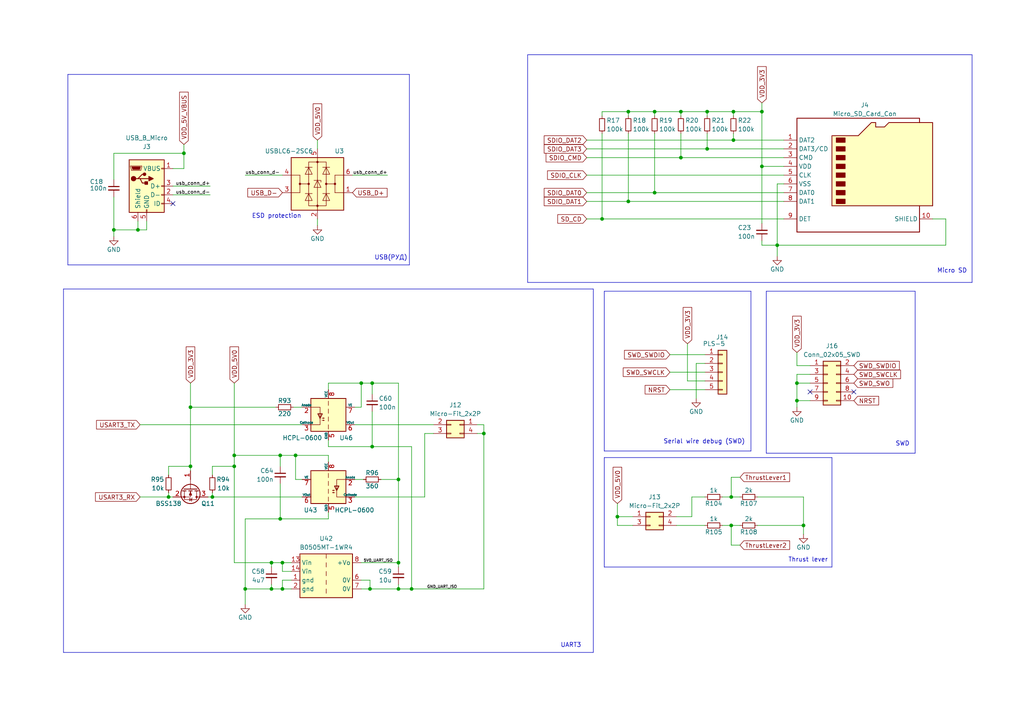
<source format=kicad_sch>
(kicad_sch (version 20231120) (generator "eeschema") (generator_version "8.0")
  (paper "A4")
  (lib_symbols
    (symbol "Conn_02x02_Odd_Even_1" (pin_names (offset 1.016) hide)
      (property "Reference" "J12" (at 1.27 5.715 0))
      (property "Value" "Micro-Fit_2x2P" (at 1.27 3.175 0))
      (symbol "Conn_02x02_Odd_Even_1_1_1"
        (rectangle (start -1.27 -2.413) (end 0 -2.667) (stroke (width 0.1524)))
        (rectangle (start -1.27 0.127) (end 0 -0.127) (stroke (width 0.1524)))
        (rectangle (start -1.27 1.27) (end 3.81 -3.81) (stroke (width 0.254)) (fill (type background)))
        (rectangle (start 3.81 -2.413) (end 2.54 -2.667) (stroke (width 0.1524)))
        (rectangle (start 3.81 0.127) (end 2.54 -0.127) (stroke (width 0.1524)))
        (pin passive line (at 7.62 0 180) (length 3.81) (name "Pin_2") (number "1"))
        (pin passive line (at -5.08 0 0) (length 3.81) (name "Pin_1") (number "2"))
        (pin passive line (at -5.08 -2.54 0) (length 3.81) (name "Pin_3") (number "3"))
        (pin passive line (at 7.62 -2.54 180) (length 3.81) (name "Pin_4") (number "4"))
      )
    )
    (symbol "Connector:Micro_SD_Card_Det1"
      (property "Reference" "J" (at -16.51 17.78 0))
      (property "Value" "Micro_SD_Card_Det1" (at 16.51 17.78 0))
      (symbol "Micro_SD_Card_Det1_0_1"
        (rectangle (start -7.62 -6.985) (end -5.08 -8.255) (stroke (width 0.254)) (fill (type outline)))
        (rectangle (start -7.62 -4.445) (end -5.08 -5.715) (stroke (width 0.254)) (fill (type outline)))
        (rectangle (start -7.62 -1.905) (end -5.08 -3.175) (stroke (width 0.254)) (fill (type outline)))
        (rectangle (start -7.62 0.635) (end -5.08 -0.635) (stroke (width 0.254)) (fill (type outline)))
        (rectangle (start -7.62 3.175) (end -5.08 1.905) (stroke (width 0.254)) (fill (type outline)))
        (rectangle (start -7.62 5.715) (end -5.08 4.445) (stroke (width 0.254)) (fill (type outline)))
        (rectangle (start -7.62 8.255) (end -5.08 6.985) (stroke (width 0.254)) (fill (type outline)))
        (rectangle (start -7.62 10.795) (end -5.08 9.525) (stroke (width 0.254)) (fill (type outline)))
        (polyline (pts (xy 16.51 15.24) (xy 16.51 16.51) (xy -19.05 16.51) (xy -19.05 -16.51) (xy 16.51 -16.51) (xy 16.51 -8.89)) (stroke (width 0.254)))
        (polyline (pts (xy -8.89 -8.89) (xy -8.89 11.43) (xy -1.27 11.43) (xy 2.54 15.24) (xy 3.81 15.24) (xy 3.81 13.97) (xy 6.35 13.97) (xy 7.62 15.24) (xy 20.32 15.24) (xy 20.32 -8.89) (xy -8.89 -8.89)) (stroke (width 0.254)) (fill (type background)))
      )
      (symbol "Micro_SD_Card_Det1_1_1"
        (pin bidirectional line (at -22.86 10.16 0) (length 3.81) (name "DAT2") (number "1"))
        (pin passive line (at 20.32 -12.7 180) (length 3.81) (name "SHIELD") (number "10"))
        (pin bidirectional line (at -22.86 7.62 0) (length 3.81) (name "DAT3/CD") (number "2"))
        (pin input line (at -22.86 5.08 0) (length 3.81) (name "CMD") (number "3"))
        (pin power_in line (at -22.86 2.54 0) (length 3.81) (name "VDD") (number "4"))
        (pin input line (at -22.86 0 0) (length 3.81) (name "CLK") (number "5"))
        (pin power_in line (at -22.86 -2.54 0) (length 3.81) (name "VSS") (number "6"))
        (pin bidirectional line (at -22.86 -5.08 0) (length 3.81) (name "DAT0") (number "7"))
        (pin bidirectional line (at -22.86 -7.62 0) (length 3.81) (name "DAT1") (number "8"))
        (pin passive line (at -22.86 -12.7 0) (length 3.81) (name "DET") (number "9"))
      )
    )
    (symbol "Connector:USB_B_Micro" (pin_names (offset 1.016))
      (property "Reference" "J" (at -5.08 11.43 0))
      (property "Value" "USB_B_Micro" (at -5.08 8.89 0))
      (symbol "USB_B_Micro_0_1"
        (rectangle (start -5.08 -7.62) (end 5.08 7.62) (stroke (width 0.254)) (fill (type background)))
        (circle (center -3.81 2.159) (radius 0.635) (stroke (width 0.254)) (fill (type outline)))
        (circle (center -0.635 3.429) (radius 0.381) (stroke (width 0.254)) (fill (type outline)))
        (rectangle (start -0.127 -7.62) (end 0.127 -6.858))
        (polyline (pts (xy -1.905 2.159) (xy 0.635 2.159)) (stroke (width 0.254)))
        (polyline (pts (xy -3.175 2.159) (xy -2.54 2.159) (xy -1.27 3.429) (xy -0.635 3.429)) (stroke (width 0.254)))
        (polyline (pts (xy -2.54 2.159) (xy -1.905 2.159) (xy -1.27 0.889) (xy 0 0.889)) (stroke (width 0.254)))
        (polyline (pts (xy 0.635 2.794) (xy 0.635 1.524) (xy 1.905 2.159) (xy 0.635 2.794)) (stroke (width 0.254)) (fill (type outline)))
        (polyline (pts (xy -4.318 5.588) (xy -1.778 5.588) (xy -2.032 4.826) (xy -4.064 4.826) (xy -4.318 5.588)) (fill (type outline)))
        (polyline (pts (xy -4.699 5.842) (xy -4.699 5.588) (xy -4.445 4.826) (xy -4.445 4.572) (xy -1.651 4.572) (xy -1.651 4.826) (xy -1.397 5.588) (xy -1.397 5.842) (xy -4.699 5.842)))
        (rectangle (start 0.254 1.27) (end -0.508 0.508) (stroke (width 0.254)) (fill (type outline)))
        (rectangle (start 5.08 -5.207) (end 4.318 -4.953))
        (rectangle (start 5.08 -2.667) (end 4.318 -2.413))
        (rectangle (start 5.08 -0.127) (end 4.318 0.127))
        (rectangle (start 5.08 4.953) (end 4.318 5.207))
      )
      (symbol "USB_B_Micro_1_1"
        (pin power_out line (at 7.62 5.08 180) (length 2.54) (name "VBUS") (number "1"))
        (pin bidirectional line (at 7.62 -2.54 180) (length 2.54) (name "D-") (number "2"))
        (pin bidirectional line (at 7.62 0 180) (length 2.54) (name "D+") (number "3"))
        (pin passive line (at 7.62 -5.08 180) (length 2.54) (name "ID") (number "4"))
        (pin power_out line (at 0 -10.16 90) (length 2.54) (name "GND") (number "5"))
        (pin passive line (at -2.54 -10.16 90) (length 2.54) (name "Shield") (number "6"))
      )
    )
    (symbol "Connector_Generic:Conn_01x05" (pin_names (offset 1.016) hide)
      (property "Reference" "J" (at 0 7.62 0))
      (property "Value" "Conn_01x05" (at 0 -7.62 0))
      (symbol "Conn_01x05_1_1"
        (rectangle (start -1.27 -4.953) (end 0 -5.207) (stroke (width 0.1524)))
        (rectangle (start -1.27 -2.413) (end 0 -2.667) (stroke (width 0.1524)))
        (rectangle (start -1.27 0.127) (end 0 -0.127) (stroke (width 0.1524)))
        (rectangle (start -1.27 2.667) (end 0 2.413) (stroke (width 0.1524)))
        (rectangle (start -1.27 5.207) (end 0 4.953) (stroke (width 0.1524)))
        (rectangle (start -1.27 6.35) (end 1.27 -6.35) (stroke (width 0.254)) (fill (type background)))
        (pin passive line (at -5.08 5.08 0) (length 3.81) (name "Pin_1") (number "1"))
        (pin passive line (at -5.08 2.54 0) (length 3.81) (name "Pin_2") (number "2"))
        (pin passive line (at -5.08 0 0) (length 3.81) (name "Pin_3") (number "3"))
        (pin passive line (at -5.08 -2.54 0) (length 3.81) (name "Pin_4") (number "4"))
        (pin passive line (at -5.08 -5.08 0) (length 3.81) (name "Pin_5") (number "5"))
      )
    )
    (symbol "Connector_Generic:Conn_02x02_Odd_Even" (pin_names (offset 1.016) hide)
      (property "Reference" "J" (at 1.27 2.54 0))
      (property "Value" "Conn_02x02_Odd_Even" (at 1.27 -5.08 0))
      (symbol "Conn_02x02_Odd_Even_1_1"
        (rectangle (start -1.27 -2.413) (end 0 -2.667) (stroke (width 0.1524)))
        (rectangle (start -1.27 0.127) (end 0 -0.127) (stroke (width 0.1524)))
        (rectangle (start -1.27 1.27) (end 3.81 -3.81) (stroke (width 0.254)) (fill (type background)))
        (rectangle (start 3.81 -2.413) (end 2.54 -2.667) (stroke (width 0.1524)))
        (rectangle (start 3.81 0.127) (end 2.54 -0.127) (stroke (width 0.1524)))
        (pin passive line (at -5.08 0 0) (length 3.81) (name "Pin_1") (number "1"))
        (pin passive line (at 7.62 0 180) (length 3.81) (name "Pin_2") (number "2"))
        (pin passive line (at -5.08 -2.54 0) (length 3.81) (name "Pin_3") (number "3"))
        (pin passive line (at 7.62 -2.54 180) (length 3.81) (name "Pin_4") (number "4"))
      )
    )
    (symbol "Connector_Generic:Conn_02x05_Odd_Even" (pin_names (offset 1.016) hide)
      (property "Reference" "J" (at 1.27 7.62 0))
      (property "Value" "Conn_02x05_Odd_Even" (at 1.27 -7.62 0))
      (symbol "Conn_02x05_Odd_Even_1_1"
        (rectangle (start -1.27 -4.953) (end 0 -5.207) (stroke (width 0.1524)))
        (rectangle (start -1.27 -2.413) (end 0 -2.667) (stroke (width 0.1524)))
        (rectangle (start -1.27 0.127) (end 0 -0.127) (stroke (width 0.1524)))
        (rectangle (start -1.27 2.667) (end 0 2.413) (stroke (width 0.1524)))
        (rectangle (start -1.27 5.207) (end 0 4.953) (stroke (width 0.1524)))
        (rectangle (start -1.27 6.35) (end 3.81 -6.35) (stroke (width 0.254)) (fill (type background)))
        (rectangle (start 3.81 -4.953) (end 2.54 -5.207) (stroke (width 0.1524)))
        (rectangle (start 3.81 -2.413) (end 2.54 -2.667) (stroke (width 0.1524)))
        (rectangle (start 3.81 0.127) (end 2.54 -0.127) (stroke (width 0.1524)))
        (rectangle (start 3.81 2.667) (end 2.54 2.413) (stroke (width 0.1524)))
        (rectangle (start 3.81 5.207) (end 2.54 4.953) (stroke (width 0.1524)))
        (pin passive line (at -5.08 5.08 0) (length 3.81) (name "Pin_1") (number "1"))
        (pin passive line (at 7.62 -5.08 180) (length 3.81) (name "Pin_10") (number "10"))
        (pin passive line (at 7.62 5.08 180) (length 3.81) (name "Pin_2") (number "2"))
        (pin passive line (at -5.08 2.54 0) (length 3.81) (name "Pin_3") (number "3"))
        (pin passive line (at 7.62 2.54 180) (length 3.81) (name "Pin_4") (number "4"))
        (pin passive line (at -5.08 0 0) (length 3.81) (name "Pin_5") (number "5"))
        (pin passive line (at 7.62 0 180) (length 3.81) (name "Pin_6") (number "6"))
        (pin passive line (at -5.08 -2.54 0) (length 3.81) (name "Pin_7") (number "7"))
        (pin passive line (at 7.62 -2.54 180) (length 3.81) (name "Pin_8") (number "8"))
        (pin passive line (at -5.08 -5.08 0) (length 3.81) (name "Pin_9") (number "9"))
      )
    )
    (symbol "Device:C_Small" (pin_numbers hide) (pin_names (offset 0.254) hide)
      (property "Reference" "C" (at 0.254 1.778 0))
      (property "Value" "C_Small" (at 0.254 -2.032 0))
      (symbol "C_Small_0_1"
        (polyline (pts (xy -1.524 -0.508) (xy 1.524 -0.508)) (stroke (width 0.3302)))
        (polyline (pts (xy -1.524 0.508) (xy 1.524 0.508)) (stroke (width 0.3048)))
      )
      (symbol "C_Small_1_1"
        (pin passive line (at 0 2.54 270) (length 2.032) (name "~") (number "1"))
        (pin passive line (at 0 -2.54 90) (length 2.032) (name "~") (number "2"))
      )
    )
    (symbol "Device:R_Small" (pin_numbers hide) (pin_names (offset 0.254) hide)
      (property "Reference" "R" (at 0.762 0.508 0))
      (property "Value" "R_Small" (at 0.762 -1.016 0))
      (symbol "R_Small_0_1"
        (rectangle (start -0.762 1.778) (end 0.762 -1.778) (stroke (width 0.2032)))
      )
      (symbol "R_Small_1_1"
        (pin passive line (at 0 2.54 270) (length 0.762) (name "~") (number "1"))
        (pin passive line (at 0 -2.54 90) (length 0.762) (name "~") (number "2"))
      )
    )
    (symbol "HCPL-0630_1" (pin_names (offset 0))
      (property "Reference" "U46" (at 3.175 -6.35 0))
      (property "Value" "HCPL-0600" (at -13.335 -6.35 0))
      (symbol "HCPL-0630_1_0_1"
        (rectangle (start -5.08 5.08) (end 5.08 -4.445) (stroke (width 0.254)) (fill (type background)))
      )
      (symbol "HCPL-0630_1_1_1"
        (polyline (pts (xy 0 -2.54) (xy 0 -3.81)))
        (polyline (pts (xy 0 -0.254) (xy 0 -1.524)))
        (polyline (pts (xy 0 2.032) (xy 0 0.762)))
        (polyline (pts (xy 0 4.318) (xy 0 3.048)))
        (polyline (pts (xy -4.953 2.54) (xy -2.413 2.54) (xy -2.413 -0.762)))
        (polyline (pts (xy -2.413 -0.635) (xy -2.413 -2.54) (xy -4.953 -2.54)))
        (polyline (pts (xy -2.413 -0.635) (xy -3.048 0.635) (xy -1.778 0.635) (xy -2.413 -0.635)) (stroke (width 0.254)))
        (polyline (pts (xy -1.905 -1.27) (xy -1.143 -1.27) (xy -1.524 -1.397) (xy -1.524 -1.143) (xy -1.143 -1.27)) (stroke (width 0.127)))
        (polyline (pts (xy -1.905 -0.635) (xy -1.143 -0.635) (xy -1.524 -0.762) (xy -1.524 -0.508) (xy -1.143 -0.635)) (stroke (width 0.127)))
        (pin passive line (at -7.62 2.54 0) (length 2.54) (name "Anode") (number "2"))
        (pin passive line (at -7.62 -2.54 0) (length 2.54) (name "Cathode") (number "3"))
        (pin power_in line (at 0 -6.985 90) (length 2.54) (name "GND") (number "5"))
        (pin open_collector line (at 7.62 -2.54 180) (length 2.54) (name "VOut") (number "6"))
        (pin open_collector line (at 7.62 2.54 180) (length 2.54) (name "VE") (number "7"))
        (pin power_in line (at 0 7.62 270) (length 2.54) (name "VCC") (number "8"))
      )
    )
    (symbol "ISO1050DUB_1"
      (property "Reference" "U4" (at 0 9.525 0))
      (property "Value" "ISO1050DUB" (at 0 6.985 0))
      (symbol "ISO1050DUB_1_0_1"
        (rectangle (start -7.62 5.08) (end 7.62 -7.62) (stroke (width 0.254)) (fill (type background)))
        (polyline (pts (xy 0 -5.08) (xy 0 -6.35)))
        (polyline (pts (xy 0 -2.54) (xy 0 -3.81)))
        (polyline (pts (xy 0 0) (xy 0 -1.27)))
        (polyline (pts (xy 0 2.54) (xy 0 1.27)))
        (polyline (pts (xy 0 5.08) (xy 0 3.81)))
      )
      (symbol "ISO1050DUB_1_1_1"
        (pin input line (at -10.16 -2.54 0) (length 2.54) (name "gnd") (number "1"))
        (pin power_in line (at -10.16 2.54 0) (length 2.54) (name "Vin") (number "13"))
        (pin output line (at -10.16 0 0) (length 2.54) (name "Vin") (number "14"))
        (pin power_in line (at -10.16 -5.08 0) (length 2.54) (name "gnd") (number "2"))
        (pin power_in line (at 10.16 -2.54 180) (length 2.54) (name "0V") (number "6"))
        (pin power_in line (at 10.16 -5.08 180) (length 2.54) (name "0V") (number "7"))
        (pin bidirectional line (at 10.16 2.54 180) (length 2.54) (name "+Vo") (number "8"))
      )
    )
    (symbol "Power_Protection:USBLC6-2SC6" (pin_names hide)
      (property "Reference" "U" (at 2.54 8.89 0))
      (property "Value" "USBLC6-2SC6" (at 2.54 -8.89 0))
      (symbol "USBLC6-2SC6_0_1"
        (rectangle (start -7.62 -7.62) (end 7.62 7.62) (stroke (width 0.254)) (fill (type background)))
        (circle (center -5.08 0) (radius 0.254) (fill (type outline)))
        (circle (center -2.54 0) (radius 0.254) (fill (type outline)))
        (rectangle (start -2.54 6.35) (end 2.54 -6.35))
        (circle (center 0 -6.35) (radius 0.254) (fill (type outline)))
        (polyline (pts (xy -5.08 -2.54) (xy -7.62 -2.54)))
        (polyline (pts (xy -5.08 0) (xy -5.08 -2.54)))
        (polyline (pts (xy -5.08 2.54) (xy -7.62 2.54)))
        (polyline (pts (xy -1.524 -2.794) (xy -3.556 -2.794)))
        (polyline (pts (xy -1.524 4.826) (xy -3.556 4.826)))
        (polyline (pts (xy 0 -7.62) (xy 0 -6.35)))
        (polyline (pts (xy 0 -6.35) (xy 0 1.27)))
        (polyline (pts (xy 0 1.27) (xy 0 6.35)))
        (polyline (pts (xy 0 6.35) (xy 0 7.62)))
        (polyline (pts (xy 1.524 -2.794) (xy 3.556 -2.794)))
        (polyline (pts (xy 1.524 4.826) (xy 3.556 4.826)))
        (polyline (pts (xy 5.08 -2.54) (xy 7.62 -2.54)))
        (polyline (pts (xy 5.08 0) (xy 5.08 -2.54)))
        (polyline (pts (xy 5.08 2.54) (xy 7.62 2.54)))
        (polyline (pts (xy -2.54 0) (xy -5.08 0) (xy -5.08 2.54)))
        (polyline (pts (xy 2.54 0) (xy 5.08 0) (xy 5.08 2.54)))
        (polyline (pts (xy -3.556 -4.826) (xy -1.524 -4.826) (xy -2.54 -2.794) (xy -3.556 -4.826)))
        (polyline (pts (xy -3.556 2.794) (xy -1.524 2.794) (xy -2.54 4.826) (xy -3.556 2.794)))
        (polyline (pts (xy -1.016 -1.016) (xy 1.016 -1.016) (xy 0 1.016) (xy -1.016 -1.016)))
        (polyline (pts (xy 1.016 1.016) (xy 0.762 1.016) (xy -1.016 1.016) (xy -1.016 0.508)))
        (polyline (pts (xy 3.556 -4.826) (xy 1.524 -4.826) (xy 2.54 -2.794) (xy 3.556 -4.826)))
        (polyline (pts (xy 3.556 2.794) (xy 1.524 2.794) (xy 2.54 4.826) (xy 3.556 2.794)))
        (circle (center 0 6.35) (radius 0.254) (fill (type outline)))
        (circle (center 2.54 0) (radius 0.254) (fill (type outline)))
        (circle (center 5.08 0) (radius 0.254) (fill (type outline)))
      )
      (symbol "USBLC6-2SC6_1_1"
        (pin passive line (at -10.16 -2.54 0) (length 2.54) (name "I/O1") (number "1"))
        (pin passive line (at 0 -10.16 90) (length 2.54) (name "GND") (number "2"))
        (pin passive line (at 10.16 -2.54 180) (length 2.54) (name "I/O2") (number "3"))
        (pin passive line (at 10.16 2.54 180) (length 2.54) (name "I/O2") (number "4"))
        (pin passive line (at 0 10.16 270) (length 2.54) (name "VBUS") (number "5"))
        (pin passive line (at -10.16 2.54 0) (length 2.54) (name "I/O1") (number "6"))
      )
    )
    (symbol "Transistor_FET:BSS138" (pin_names hide)
      (property "Reference" "Q" (at 5.08 1.905 0))
      (property "Value" "BSS138" (at 5.08 0 0))
      (symbol "BSS138_0_1"
        (polyline (pts (xy 0.254 0) (xy -2.54 0)))
        (polyline (pts (xy 0.254 1.905) (xy 0.254 -1.905)) (stroke (width 0.254)))
        (polyline (pts (xy 0.762 -1.27) (xy 0.762 -2.286)) (stroke (width 0.254)))
        (polyline (pts (xy 0.762 0.508) (xy 0.762 -0.508)) (stroke (width 0.254)))
        (polyline (pts (xy 0.762 2.286) (xy 0.762 1.27)) (stroke (width 0.254)))
        (polyline (pts (xy 2.54 2.54) (xy 2.54 1.778)))
        (polyline (pts (xy 2.54 -2.54) (xy 2.54 0) (xy 0.762 0)))
        (polyline (pts (xy 0.762 -1.778) (xy 3.302 -1.778) (xy 3.302 1.778) (xy 0.762 1.778)))
        (polyline (pts (xy 1.016 0) (xy 2.032 0.381) (xy 2.032 -0.381) (xy 1.016 0)) (fill (type outline)))
        (polyline (pts (xy 2.794 0.508) (xy 2.921 0.381) (xy 3.683 0.381) (xy 3.81 0.254)))
        (polyline (pts (xy 3.302 0.381) (xy 2.921 -0.254) (xy 3.683 -0.254) (xy 3.302 0.381)))
        (circle (center 1.651 0) (radius 2.794) (stroke (width 0.254)))
        (circle (center 2.54 -1.778) (radius 0.254) (fill (type outline)))
        (circle (center 2.54 1.778) (radius 0.254) (fill (type outline)))
      )
      (symbol "BSS138_1_1"
        (pin input line (at -5.08 0 0) (length 2.54) (name "G") (number "1"))
        (pin passive line (at 2.54 -5.08 90) (length 2.54) (name "S") (number "2"))
        (pin passive line (at 2.54 5.08 270) (length 2.54) (name "D") (number "3"))
      )
    )
    (symbol "power:GND" (power) (pin_names (offset 0))
      (property "Value" "GND" (at 0 -3.81 0))
      (symbol "GND_0_1"
        (polyline (pts (xy 0 0) (xy 0 -1.27) (xy 1.27 -1.27) (xy 0 -2.54) (xy -1.27 -1.27) (xy 0 -1.27)))
      )
      (symbol "GND_1_1"
        (pin power_in line (at 0 0 270) (length 0) hide (name "GND") (number "1"))
      )
    )
  )
  (junction (at 81.28 132.08))
  (junction (at 67.945 135.255))
  (junction (at 53.34 44.45))
  (junction (at 104.775 111.125))
  (junction (at 205.105 43.18))
  (junction (at 220.98 48.26))
  (junction (at 61.595 144.145))
  (junction (at 48.895 144.145))
  (junction (at 212.725 32.385))
  (junction (at 78.74 170.815))
  (junction (at 81.915 163.195))
  (junction (at 115.57 139.065))
  (junction (at 71.12 170.815))
  (junction (at 225.425 71.12))
  (junction (at 197.485 32.385))
  (junction (at 174.625 63.5))
  (junction (at 189.865 32.385))
  (junction (at 179.07 149.86))
  (junction (at 119.38 170.815))
  (junction (at 231.14 111.125))
  (junction (at 233.045 152.4))
  (junction (at 182.245 58.42))
  (junction (at 212.09 144.145))
  (junction (at 140.335 125.73))
  (junction (at 189.865 55.88))
  (junction (at 40.005 66.675))
  (junction (at 115.57 163.195))
  (junction (at 107.95 111.125))
  (junction (at 231.14 116.205))
  (junction (at 212.09 152.4))
  (junction (at 205.105 32.385))
  (junction (at 81.915 170.815))
  (junction (at 107.315 170.815))
  (junction (at 115.57 170.815))
  (junction (at 78.74 163.195))
  (junction (at 67.945 132.08))
  (junction (at 212.725 40.64))
  (junction (at 85.725 132.08))
  (junction (at 182.245 32.385))
  (junction (at 81.28 150.495))
  (junction (at 33.02 66.675))
  (junction (at 197.485 45.72))
  (junction (at 55.245 118.11))
  (junction (at 55.245 135.255))
  (junction (at 107.95 129.54))
  (junction (at 220.98 32.385))
  (no_connect (at 234.95 113.665))
  (no_connect (at 50.165 59.055))
  (no_connect (at 247.65 113.665))
  (wire (pts (xy 189.865 55.88) (xy 227.33 55.88)))
  (wire (pts (xy 61.595 135.255) (xy 61.595 137.795)))
  (polyline (pts (xy 241.3 164.465) (xy 175.26 164.465)))
  (polyline (pts (xy 222.25 84.455) (xy 222.25 131.445)))
  (wire (pts (xy 85.09 118.11) (xy 87.63 118.11)))
  (wire (pts (xy 50.165 144.145) (xy 48.895 144.145)))
  (polyline (pts (xy 222.25 84.455) (xy 265.43 84.455)))
  (wire (pts (xy 85.725 132.08) (xy 95.25 132.08)))
  (wire (pts (xy 92.075 40.64) (xy 92.075 43.18)))
  (wire (pts (xy 199.39 99.695) (xy 199.39 110.49)))
  (wire (pts (xy 81.28 140.335) (xy 81.28 150.495)))
  (wire (pts (xy 71.12 150.495) (xy 81.28 150.495)))
  (wire (pts (xy 231.14 102.235) (xy 231.14 106.045)))
  (wire (pts (xy 55.245 118.11) (xy 80.01 118.11)))
  (wire (pts (xy 174.625 63.5) (xy 227.33 63.5)))
  (wire (pts (xy 233.045 152.4) (xy 233.045 154.94)))
  (wire (pts (xy 212.725 38.735) (xy 212.725 40.64)))
  (wire (pts (xy 225.425 71.12) (xy 274.32 71.12)))
  (wire (pts (xy 53.34 41.91) (xy 53.34 44.45)))
  (wire (pts (xy 220.98 29.845) (xy 220.98 32.385)))
  (wire (pts (xy 55.245 111.125) (xy 55.245 118.11)))
  (wire (pts (xy 119.38 170.815) (xy 140.335 170.815)))
  (wire (pts (xy 123.19 144.145) (xy 102.87 144.145)))
  (wire (pts (xy 182.245 32.385) (xy 182.245 33.655)))
  (wire (pts (xy 53.34 48.895) (xy 53.34 44.45)))
  (wire (pts (xy 55.245 135.255) (xy 48.895 135.255)))
  (wire (pts (xy 189.865 32.385) (xy 182.245 32.385)))
  (wire (pts (xy 50.165 48.895) (xy 53.34 48.895)))
  (wire (pts (xy 81.915 50.8) (xy 71.12 50.8)))
  (wire (pts (xy 78.74 163.195) (xy 78.74 164.465)))
  (polyline (pts (xy 175.26 130.81) (xy 217.805 130.81)))
  (wire (pts (xy 212.09 158.115) (xy 214.63 158.115)))
  (wire (pts (xy 84.455 168.275) (xy 81.915 168.275)))
  (wire (pts (xy 33.02 66.675) (xy 40.005 66.675)))
  (wire (pts (xy 112.395 50.8) (xy 102.235 50.8)))
  (wire (pts (xy 225.425 71.12) (xy 225.425 74.295)))
  (wire (pts (xy 33.02 66.675) (xy 33.02 68.58)))
  (wire (pts (xy 67.945 132.08) (xy 67.945 135.255)))
  (wire (pts (xy 81.28 135.255) (xy 81.28 132.08)))
  (wire (pts (xy 197.485 38.735) (xy 197.485 45.72)))
  (wire (pts (xy 197.485 32.385) (xy 197.485 33.655)))
  (wire (pts (xy 170.18 40.64) (xy 212.725 40.64)))
  (wire (pts (xy 212.09 144.145) (xy 212.09 138.43)))
  (wire (pts (xy 102.87 118.11) (xy 104.775 118.11)))
  (wire (pts (xy 81.28 132.08) (xy 85.725 132.08)))
  (wire (pts (xy 231.14 116.205) (xy 234.95 116.205)))
  (wire (pts (xy 231.14 111.125) (xy 234.95 111.125)))
  (wire (pts (xy 205.105 38.735) (xy 205.105 43.18)))
  (wire (pts (xy 95.25 133.985) (xy 95.25 132.08)))
  (wire (pts (xy 231.14 111.125) (xy 231.14 116.205)))
  (wire (pts (xy 67.945 135.255) (xy 67.945 163.195)))
  (wire (pts (xy 200.66 144.145) (xy 200.66 149.86)))
  (wire (pts (xy 220.98 32.385) (xy 220.98 48.26)))
  (wire (pts (xy 115.57 139.065) (xy 115.57 163.195)))
  (wire (pts (xy 40.005 64.135) (xy 40.005 66.675)))
  (wire (pts (xy 84.455 165.735) (xy 81.915 165.735)))
  (wire (pts (xy 115.57 111.125) (xy 115.57 139.065)))
  (wire (pts (xy 95.25 129.54) (xy 95.25 127.635)))
  (polyline (pts (xy 18.415 189.23) (xy 172.085 189.23)))
  (wire (pts (xy 33.02 44.45) (xy 33.02 52.07)))
  (polyline (pts (xy 153.035 15.875) (xy 153.035 81.915)))
  (wire (pts (xy 107.315 168.275) (xy 107.315 170.815)))
  (wire (pts (xy 123.19 125.73) (xy 123.19 144.145)))
  (wire (pts (xy 87.63 139.065) (xy 85.725 139.065)))
  (wire (pts (xy 197.485 45.72) (xy 227.33 45.72)))
  (polyline (pts (xy 265.43 84.455) (xy 265.43 131.445)))
  (polyline (pts (xy 18.415 189.23) (xy 18.415 83.82)))
  (wire (pts (xy 194.31 113.03) (xy 204.47 113.03)))
  (wire (pts (xy 61.595 144.145) (xy 87.63 144.145)))
  (polyline (pts (xy 118.745 21.59) (xy 118.745 76.835)))
  (wire (pts (xy 170.18 45.72) (xy 197.485 45.72)))
  (wire (pts (xy 219.71 144.145) (xy 233.045 144.145)))
  (wire (pts (xy 115.57 169.545) (xy 115.57 170.815)))
  (wire (pts (xy 95.25 129.54) (xy 107.95 129.54)))
  (wire (pts (xy 182.245 32.385) (xy 174.625 32.385)))
  (wire (pts (xy 225.425 71.12) (xy 220.98 71.12)))
  (polyline (pts (xy 265.43 131.445) (xy 222.25 131.445)))
  (wire (pts (xy 123.19 125.73) (xy 125.73 125.73)))
  (wire (pts (xy 40.64 123.19) (xy 87.63 123.19)))
  (wire (pts (xy 48.895 144.145) (xy 48.895 142.875)))
  (wire (pts (xy 274.32 71.12) (xy 274.32 63.5)))
  (wire (pts (xy 115.57 163.195) (xy 104.775 163.195)))
  (wire (pts (xy 104.775 111.125) (xy 107.95 111.125)))
  (wire (pts (xy 234.95 108.585) (xy 231.14 108.585)))
  (wire (pts (xy 220.98 32.385) (xy 212.725 32.385)))
  (wire (pts (xy 170.18 58.42) (xy 182.245 58.42)))
  (wire (pts (xy 179.07 152.4) (xy 183.515 152.4)))
  (wire (pts (xy 95.25 111.125) (xy 104.775 111.125)))
  (wire (pts (xy 61.595 144.145) (xy 61.595 142.875)))
  (wire (pts (xy 200.66 144.145) (xy 204.47 144.145)))
  (wire (pts (xy 199.39 110.49) (xy 204.47 110.49)))
  (wire (pts (xy 170.18 63.5) (xy 174.625 63.5)))
  (wire (pts (xy 81.915 165.735) (xy 81.915 163.195)))
  (wire (pts (xy 179.07 146.05) (xy 179.07 149.86)))
  (wire (pts (xy 231.14 106.045) (xy 234.95 106.045)))
  (wire (pts (xy 71.12 170.815) (xy 71.12 175.26)))
  (wire (pts (xy 219.71 152.4) (xy 233.045 152.4)))
  (polyline (pts (xy 281.94 15.875) (xy 153.035 15.875)))
  (wire (pts (xy 40.005 66.675) (xy 42.545 66.675)))
  (wire (pts (xy 170.18 43.18) (xy 205.105 43.18)))
  (wire (pts (xy 170.18 55.88) (xy 189.865 55.88)))
  (wire (pts (xy 225.425 53.34) (xy 225.425 71.12)))
  (polyline (pts (xy 19.685 76.835) (xy 118.745 76.835)))
  (wire (pts (xy 174.625 32.385) (xy 174.625 33.655)))
  (wire (pts (xy 81.915 168.275) (xy 81.915 170.815)))
  (wire (pts (xy 67.945 163.195) (xy 78.74 163.195)))
  (wire (pts (xy 204.47 105.41) (xy 201.93 105.41)))
  (polyline (pts (xy 241.3 132.715) (xy 241.3 164.465)))
  (wire (pts (xy 119.38 129.54) (xy 119.38 170.815)))
  (polyline (pts (xy 175.26 130.81) (xy 175.26 84.455)))
  (wire (pts (xy 140.335 125.73) (xy 140.335 170.815)))
  (polyline (pts (xy 153.035 81.915) (xy 281.94 81.915)))
  (wire (pts (xy 227.33 48.26) (xy 220.98 48.26)))
  (wire (pts (xy 102.87 139.065) (xy 105.41 139.065)))
  (wire (pts (xy 140.335 125.73) (xy 140.335 123.19)))
  (polyline (pts (xy 19.685 21.59) (xy 118.745 21.59)))
  (wire (pts (xy 205.105 43.18) (xy 227.33 43.18)))
  (wire (pts (xy 179.07 149.86) (xy 183.515 149.86)))
  (wire (pts (xy 115.57 170.815) (xy 107.315 170.815)))
  (wire (pts (xy 212.09 152.4) (xy 212.09 158.115)))
  (wire (pts (xy 179.07 149.86) (xy 179.07 152.4)))
  (wire (pts (xy 50.165 53.975) (xy 60.96 53.975)))
  (wire (pts (xy 115.57 170.815) (xy 119.38 170.815)))
  (wire (pts (xy 189.865 32.385) (xy 189.865 33.655)))
  (polyline (pts (xy 175.26 132.715) (xy 175.26 164.465)))
  (wire (pts (xy 212.09 152.4) (xy 214.63 152.4)))
  (wire (pts (xy 231.14 116.205) (xy 231.14 118.11)))
  (wire (pts (xy 81.28 150.495) (xy 95.25 150.495)))
  (wire (pts (xy 182.245 38.735) (xy 182.245 58.42)))
  (wire (pts (xy 53.34 44.45) (xy 33.02 44.45)))
  (polyline (pts (xy 175.26 84.455) (xy 217.805 84.455)))
  (wire (pts (xy 225.425 53.34) (xy 227.33 53.34)))
  (polyline (pts (xy 217.805 84.455) (xy 217.805 130.81)))
  (wire (pts (xy 107.95 119.38) (xy 107.95 129.54)))
  (wire (pts (xy 182.245 58.42) (xy 227.33 58.42)))
  (wire (pts (xy 95.25 113.03) (xy 95.25 111.125)))
  (wire (pts (xy 212.725 32.385) (xy 205.105 32.385)))
  (wire (pts (xy 102.87 123.19) (xy 125.73 123.19)))
  (wire (pts (xy 212.725 40.64) (xy 227.33 40.64)))
  (wire (pts (xy 92.075 63.5) (xy 92.075 65.405)))
  (wire (pts (xy 174.625 38.735) (xy 174.625 63.5)))
  (wire (pts (xy 48.895 135.255) (xy 48.895 137.795)))
  (wire (pts (xy 95.25 150.495) (xy 95.25 148.59)))
  (wire (pts (xy 50.165 56.515) (xy 60.96 56.515)))
  (wire (pts (xy 84.455 170.815) (xy 81.915 170.815)))
  (wire (pts (xy 107.315 170.815) (xy 104.775 170.815)))
  (wire (pts (xy 107.95 129.54) (xy 119.38 129.54)))
  (wire (pts (xy 71.12 150.495) (xy 71.12 170.815)))
  (wire (pts (xy 274.32 63.5) (xy 270.51 63.5)))
  (wire (pts (xy 194.31 107.95) (xy 204.47 107.95)))
  (wire (pts (xy 231.14 108.585) (xy 231.14 111.125)))
  (wire (pts (xy 71.12 170.815) (xy 78.74 170.815)))
  (wire (pts (xy 42.545 64.135) (xy 42.545 66.675)))
  (polyline (pts (xy 281.94 81.915) (xy 281.94 15.875)))
  (wire (pts (xy 81.915 170.815) (xy 78.74 170.815)))
  (polyline (pts (xy 18.415 83.82) (xy 172.085 83.82)))
  (wire (pts (xy 233.045 144.145) (xy 233.045 152.4)))
  (wire (pts (xy 170.18 50.8) (xy 227.33 50.8)))
  (wire (pts (xy 201.93 105.41) (xy 201.93 115.57)))
  (wire (pts (xy 67.945 132.08) (xy 81.28 132.08)))
  (wire (pts (xy 220.98 71.12) (xy 220.98 69.85)))
  (wire (pts (xy 110.49 139.065) (xy 115.57 139.065)))
  (wire (pts (xy 33.02 57.15) (xy 33.02 66.675)))
  (wire (pts (xy 194.31 102.87) (xy 204.47 102.87)))
  (wire (pts (xy 104.775 118.11) (xy 104.775 111.125)))
  (wire (pts (xy 55.245 118.11) (xy 55.245 135.255)))
  (wire (pts (xy 197.485 32.385) (xy 189.865 32.385)))
  (wire (pts (xy 78.74 169.545) (xy 78.74 170.815)))
  (wire (pts (xy 212.09 138.43) (xy 214.63 138.43)))
  (wire (pts (xy 189.865 38.735) (xy 189.865 55.88)))
  (wire (pts (xy 209.55 152.4) (xy 212.09 152.4)))
  (wire (pts (xy 205.105 32.385) (xy 205.105 33.655)))
  (wire (pts (xy 60.325 144.145) (xy 61.595 144.145)))
  (wire (pts (xy 67.945 111.125) (xy 67.945 132.08)))
  (wire (pts (xy 81.915 163.195) (xy 78.74 163.195)))
  (wire (pts (xy 104.775 168.275) (xy 107.315 168.275)))
  (wire (pts (xy 209.55 144.145) (xy 212.09 144.145)))
  (wire (pts (xy 220.98 48.26) (xy 220.98 64.77)))
  (wire (pts (xy 107.95 114.3) (xy 107.95 111.125)))
  (wire (pts (xy 212.725 32.385) (xy 212.725 33.655)))
  (polyline (pts (xy 19.685 76.835) (xy 19.685 21.59)))
  (wire (pts (xy 61.595 135.255) (xy 67.945 135.255)))
  (wire (pts (xy 55.245 135.255) (xy 55.245 136.525)))
  (wire (pts (xy 200.66 149.86) (xy 196.215 149.86)))
  (polyline (pts (xy 175.26 132.715) (xy 241.3 132.715)))
  (wire (pts (xy 40.64 144.145) (xy 48.895 144.145)))
  (wire (pts (xy 115.57 163.195) (xy 115.57 164.465)))
  (polyline (pts (xy 172.085 83.82) (xy 172.085 189.23)))
  (wire (pts (xy 107.95 111.125) (xy 115.57 111.125)))
  (wire (pts (xy 212.09 144.145) (xy 214.63 144.145)))
  (wire (pts (xy 140.335 123.19) (xy 138.43 123.19)))
  (wire (pts (xy 138.43 125.73) (xy 140.335 125.73)))
  (wire (pts (xy 205.105 32.385) (xy 197.485 32.385)))
  (wire (pts (xy 196.215 152.4) (xy 204.47 152.4)))
  (wire (pts (xy 84.455 163.195) (xy 81.915 163.195)))
  (wire (pts (xy 85.725 139.065) (xy 85.725 132.08)))
  (text "ESD protection" (at 73.025 63.5 0) (effects (font (size 1.27 1.27)) (justify left bottom)))
  (text "Micro SD" (at 271.78 79.375 0) (effects (font (size 1.27 1.27)) (justify left bottom)))
  (text "USB(РУД)" (at 108.585 75.565 0) (effects (font (size 1.27 1.27)) (justify left bottom)))
  (text "Thrust lever" (at 228.6 163.195 0) (effects (font (size 1.27 1.27)) (justify left bottom)))
  (text "UART3" (at 162.56 187.96 0) (effects (font (size 1.27 1.27)) (justify left bottom)))
  (text "SWD" (at 259.715 129.54 0) (effects (font (size 1.27 1.27)) (justify left bottom)))
  (text "Serial wire debug (SWD)" (at 192.405 128.905 0) (effects (font (size 1.27 1.27)) (justify left bottom)))
  (label "usb_conn_d-" (at 71.12 50.8 0) (effects (font (size 1 1))))
  (label "5V0_UART_ISO" (at 105.41 163.195 0) (effects (font (size 0.8 0.8))))
  (label "GND_UART_ISO" (at 123.825 170.815 0) (effects (font (size 0.8 0.8))))
  (label "usb_conn_d+" (at 60.96 53.975 180) (effects (font (size 1 1))))
  (label "usb_conn_d-" (at 60.96 56.515 180) (effects (font (size 1 1))))
  (label "usb_conn_d+" (at 112.395 50.8 180) (effects (font (size 1 1))))
  (global_label "SWD_SWO" (shape input) (at 247.65 111.125 0) (property "Intersheetrefs" "${INTERSHEET_REFS}" (effects (hide yes))))
  (global_label "SDIO_CLK" (shape input) (at 170.18 50.8 180) (property "Intersheetrefs" "${INTERSHEET_REFS}" (effects (hide yes))))
  (global_label "SWD_SWCLK" (shape input) (at 247.65 108.585 0) (property "Intersheetrefs" "${INTERSHEET_REFS}" (effects (hide yes))))
  (global_label "ThrustLever2" (shape input) (at 214.63 158.115 0) (property "Intersheetrefs" "${INTERSHEET_REFS}" (effects (hide yes))))
  (global_label "USART3_RX" (shape input) (at 40.64 144.145 180) (property "Intersheetrefs" "${INTERSHEET_REFS}" (effects (hide yes))))
  (global_label "VDD_5V0" (shape input) (at 67.945 111.125 90) (property "Intersheetrefs" "${INTERSHEET_REFS}" (effects (hide yes))))
  (global_label "SDIO_CMD" (shape input) (at 170.18 45.72 180) (property "Intersheetrefs" "${INTERSHEET_REFS}" (effects (hide yes))))
  (global_label "SDIO_DAT2" (shape input) (at 170.18 40.64 180) (property "Intersheetrefs" "${INTERSHEET_REFS}" (effects (hide yes))))
  (global_label "SDIO_DAT1" (shape input) (at 170.18 58.42 180) (property "Intersheetrefs" "${INTERSHEET_REFS}" (effects (hide yes))))
  (global_label "SWD_SWCLK" (shape input) (at 194.31 107.95 180) (property "Intersheetrefs" "${INTERSHEET_REFS}" (effects (hide yes))))
  (global_label "VDD_3V3" (shape input) (at 220.98 29.845 90) (property "Intersheetrefs" "${INTERSHEET_REFS}" (effects (hide yes))))
  (global_label "NRST" (shape input) (at 247.65 116.205 0) (property "Intersheetrefs" "${INTERSHEET_REFS}" (effects (hide yes))))
  (global_label "SD_CD" (shape input) (at 170.18 63.5 180) (property "Intersheetrefs" "${INTERSHEET_REFS}" (effects (hide yes))))
  (global_label "VDD_3V3" (shape input) (at 231.14 102.235 90) (property "Intersheetrefs" "${INTERSHEET_REFS}" (effects (hide yes))))
  (global_label "USART3_TX" (shape input) (at 40.64 123.19 180) (property "Intersheetrefs" "${INTERSHEET_REFS}" (effects (hide yes))))
  (global_label "SWD_SWDIO" (shape input) (at 247.65 106.045 0) (property "Intersheetrefs" "${INTERSHEET_REFS}" (effects (hide yes))))
  (global_label "NRST" (shape input) (at 194.31 113.03 180) (property "Intersheetrefs" "${INTERSHEET_REFS}" (effects (hide yes))))
  (global_label "USB_D-" (shape input) (at 81.915 55.88 180) (property "Intersheetrefs" "${INTERSHEET_REFS}" (effects (hide yes))))
  (global_label "VDD_3V3" (shape input) (at 55.245 111.125 90) (property "Intersheetrefs" "${INTERSHEET_REFS}" (effects (hide yes))))
  (global_label "ThrustLever1" (shape input) (at 214.63 138.43 0) (property "Intersheetrefs" "${INTERSHEET_REFS}" (effects (hide yes))))
  (global_label "SDIO_DAT3" (shape input) (at 170.18 43.18 180) (property "Intersheetrefs" "${INTERSHEET_REFS}" (effects (hide yes))))
  (global_label "VDD_5V0" (shape input) (at 179.07 146.05 90) (property "Intersheetrefs" "${INTERSHEET_REFS}" (effects (hide yes))))
  (global_label "SWD_SWDIO" (shape input) (at 194.31 102.87 180) (property "Intersheetrefs" "${INTERSHEET_REFS}" (effects (hide yes))))
  (global_label "VDD_5V0" (shape input) (at 92.075 40.64 90) (property "Intersheetrefs" "${INTERSHEET_REFS}" (effects (hide yes))))
  (global_label "SDIO_DAT0" (shape input) (at 170.18 55.88 180) (property "Intersheetrefs" "${INTERSHEET_REFS}" (effects (hide yes))))
  (global_label "VDD_5V_VBUS" (shape input) (at 53.34 41.91 90) (property "Intersheetrefs" "${INTERSHEET_REFS}" (effects (hide yes))))
  (global_label "USB_D+" (shape input) (at 102.235 55.88 0) (property "Intersheetrefs" "${INTERSHEET_REFS}" (effects (hide yes))))
  (global_label "VDD_3V3" (shape input) (at 199.39 99.695 90) (property "Intersheetrefs" "${INTERSHEET_REFS}" (effects (hide yes))))
  (symbol (lib_id "Device:R_Small") (at 217.17 144.145 270) (unit 1)
    (property "Reference" "R107" (at 217.17 146.05 90))
    (property "Value" "2k" (at 217.17 142.24 90))
    (property "Footprint" "Resistor_SMD:R_0603_1608Metric" (effects (hide yes)))
    (property "Ссылка" "https://www.chipdip.ru/product/0.1w-0603-2-kom-1" (effects (hide yes)))
    (property "Цена" "5" (effects (hide yes)))
    (property "Человекопонятное название" "Резистор 2К ОМ" (effects (hide yes)))
  )
  (symbol (lib_id "power:GND") (at 92.075 65.405 0) (unit 1)
    (property "Reference" "#PWR018" (effects (hide yes)))
    (property "Value" "GND" (at 92.075 69.215 0))
    (instances (project "connections" (path "" (reference "#PWR018") (unit 1))) (project "1.3" (path "" (reference "#PWR018") (unit 1))) (project "2.0" (path "" (reference "#PWR015") (unit 1))) (project "impeller" (path "" (reference "#PWR038") (unit 1))))
  )
  (symbol (lib_id "Device:R_Small") (at 197.485 36.195 0) (unit 1)
    (property "Reference" "R20" (at 198.755 34.925 0) (effects (justify left)))
    (property "Value" "100k" (at 198.755 37.465 0) (effects (justify left)))
    (property "Footprint" "Resistor_SMD:R_0603_1608Metric" (effects (hide yes)))
    (property "Ссылка" "https://www.chipdip.ru/product/0.1w-0603-100-kom-1" (effects (hide yes)))
    (property "Цена" "5" (effects (hide yes)))
    (property "Человекопонятное название" "Резистор 100k Ом" (effects (hide yes)))
    (instances (project "2.0" (path "" (reference "R20") (unit 1))) (project "impeller" (path "" (reference "R102") (unit 1))))
  )
  (symbol (lib_id "Device:C_Small") (at 115.57 167.005 0) (mirror y) (unit 1)
    (property "Reference" "C59" (at 113.665 165.735 0) (effects (justify left)))
    (property "Value" "10u" (at 113.665 168.275 0) (effects (justify left)))
    (property "Footprint" "Capacitor_SMD:C_0805_2012Metric" (effects (hide yes)))
    (property "Ссылка" "https://www.chipdip.ru/product/grm21br61e106ka73l" (effects (hide yes)))
    (property "Цена" "13" (effects (hide yes)))
    (property "Человекопонятное название" "Конденсатор 10мкФ" (effects (hide yes)))
  )
  (symbol (lib_id "power:GND") (at 201.93 115.57 0) (unit 1)
    (property "Reference" "#PWR027" (effects (hide yes)))
    (property "Value" "GND" (at 201.93 119.38 0))
    (instances (project "connections" (path "" (reference "#PWR027") (unit 1))) (project "2.0" (path "" (reference "#PWR027") (unit 1))) (project "impeller" (path "" (reference "#PWR039") (unit 1))))
  )
  (symbol (lib_id "Device:R_Small") (at 212.725 36.195 0) (unit 1)
    (property "Reference" "R22" (at 213.995 34.925 0) (effects (justify left)))
    (property "Value" "100k" (at 213.995 37.465 0) (effects (justify left)))
    (property "Footprint" "Resistor_SMD:R_0603_1608Metric" (effects (hide yes)))
    (property "Ссылка" "https://www.chipdip.ru/product/0.1w-0603-100-kom-1" (effects (hide yes)))
    (property "Цена" "5" (effects (hide yes)))
    (property "Человекопонятное название" "Резистор 100k Ом" (effects (hide yes)))
    (instances (project "2.0" (path "" (reference "R22") (unit 1))) (project "impeller" (path "" (reference "R106") (unit 1))))
  )
  (symbol (lib_id "Device:C_Small") (at 81.28 137.795 0) (mirror y) (unit 1)
    (property "Reference" "C64" (at 79.375 136.525 0) (effects (justify left)))
    (property "Value" "100n" (at 79.375 139.065 0) (effects (justify left)))
    (property "Footprint" "Capacitor_SMD:C_0805_2012Metric" (effects (hide yes)))
    (property "Ссылка" "https://www.chipdip.ru/product/grm21br71h104k" (effects (hide yes)))
    (property "Цена" "13" (effects (hide yes)))
    (property "Человекопонятное название" "Конденсатор 100нФ" (effects (hide yes)))
  )
  (symbol (lib_id "Connector_Generic:Conn_02x05_Odd_Even") (at 240.03 111.125 0) (unit 1)
    (property "Reference" "J16" (at 241.3 100.33 0))
    (property "Value" "Conn_02x05_SWD" (at 241.3 102.87 0))
    (property "Footprint" "Connector_PinHeader_1.27mm:PinHeader_2x05_P1.27mm_Vertical" (effects (hide yes)))
    (instances (project "2.0" (path "" (reference "J16") (unit 1))) (project "impeller" (path "" (reference "J15") (unit 1))))
  )
  (symbol (lib_id "Device:R_Small") (at 189.865 36.195 0) (unit 1)
    (property "Reference" "R19" (at 191.135 34.925 0) (effects (justify left)))
    (property "Value" "100k" (at 191.135 37.465 0) (effects (justify left)))
    (property "Footprint" "Resistor_SMD:R_0603_1608Metric" (effects (hide yes)))
    (property "Ссылка" "https://www.chipdip.ru/product/0.1w-0603-100-kom-1" (effects (hide yes)))
    (property "Цена" "5" (effects (hide yes)))
    (property "Человекопонятное название" "Резистор 100k Ом" (effects (hide yes)))
    (instances (project "2.0" (path "" (reference "R19") (unit 1))) (project "impeller" (path "" (reference "R101") (unit 1))))
  )
  (symbol (lib_id "Device:R_Small") (at 217.17 152.4 270) (unit 1)
    (property "Reference" "R108" (at 217.17 154.305 90))
    (property "Value" "2k" (at 217.17 150.495 90))
    (property "Footprint" "Resistor_SMD:R_0603_1608Metric" (effects (hide yes)))
    (property "Ссылка" "https://www.chipdip.ru/product/0.1w-0603-2-kom-1" (effects (hide yes)))
    (property "Цена" "5" (effects (hide yes)))
    (property "Человекопонятное название" "Резистор 2К ОМ" (effects (hide yes)))
  )
  (symbol (lib_id "Device:R_Small") (at 48.895 140.335 0) (mirror y) (unit 1)
    (property "Reference" "R95" (at 47.625 139.065 0) (effects (justify left)))
    (property "Value" "10k" (at 47.625 141.605 0) (effects (justify left)))
    (property "Footprint" "Resistor_SMD:R_0805_2012Metric" (effects (hide yes)))
    (property "Ссылка" "https://www.chipdip.ru/product/0.125w-0805-10-kom-5" (effects (hide yes)))
    (property "Цена" "5" (effects (hide yes)))
    (property "Человекопонятное название" "Резистор 10k Ом" (effects (hide yes)))
  )
  (symbol (lib_id "power:GND") (at 71.12 175.26 0) (mirror y) (unit 1)
    (property "Reference" "#PWR036" (effects (hide yes)))
    (property "Value" "GND" (at 71.12 179.07 0))
  )
  (symbol (lib_name "HCPL-0630_1") (lib_id "Isolator:HCPL-0630") (at 95.25 141.605 0) (mirror y) (unit 1)
    (property "Reference" "U43" (at 92.075 147.955 0) (effects (justify left)))
    (property "Value" "HCPL-0600" (at 108.585 147.955 0) (effects (justify left)))
    (property "Footprint" "Package_SO:SO-8_3.9x4.9mm_P1.27mm" (effects (hide yes)))
    (property "Datasheet" "https://docs.broadcom.com/docs/AV02-0940EN" (effects (hide yes)))
    (property "Человекопонятное название" "Оптопара одноканальная" (effects (hide yes)))
  )
  (symbol (lib_name "Conn_02x02_Odd_Even_1") (lib_id "Connector_Generic:Conn_02x02_Odd_Even") (at 130.81 123.19 0) (unit 1)
    (property "Reference" "J12" (at 132.08 117.475 0))
    (property "Value" "Micro-Fit_2x2P" (at 132.08 120.015 0))
    (property "Footprint" "Connector_Molex:Molex_Micro-Fit_3.0_43045-0400_2x02_P3.00mm_Horizontal" (effects (hide yes)))
    (property "Ссылка" "https://www.chipdip.ru/product/sct3001wr-2x02p" (effects (hide yes)))
    (property "Цена" "26" (effects (hide yes)))
    (property "Человекопонятное название" "Разъем Micro-Fit 2x2 М" (effects (hide yes)))
  )
  (symbol (lib_id "Device:R_Small") (at 182.245 36.195 0) (unit 1)
    (property "Reference" "R18" (at 183.515 34.925 0) (effects (justify left)))
    (property "Value" "100k" (at 183.515 37.465 0) (effects (justify left)))
    (property "Footprint" "Resistor_SMD:R_0603_1608Metric" (effects (hide yes)))
    (property "Ссылка" "https://www.chipdip.ru/product/0.1w-0603-100-kom-1" (effects (hide yes)))
    (property "Цена" "5" (effects (hide yes)))
    (property "Человекопонятное название" "Резистор 100k Ом" (effects (hide yes)))
    (instances (project "2.0" (path "" (reference "R18") (unit 1))) (project "impeller" (path "" (reference "R100") (unit 1))))
  )
  (symbol (lib_id "Connector_Generic:Conn_02x02_Odd_Even") (at 188.595 149.86 0) (unit 1)
    (property "Reference" "J13" (at 189.865 144.145 0))
    (property "Value" "Micro-Fit_2x2P" (at 189.865 146.685 0))
    (property "Footprint" "Connector_Molex:Molex_Micro-Fit_3.0_43045-0400_2x02_P3.00mm_Horizontal" (effects (hide yes)))
    (property "Ссылка" "https://www.chipdip.ru/product/sct3001wr-2x02p" (effects (hide yes)))
    (property "Цена" "26" (effects (hide yes)))
    (property "Человекопонятное название" "Разъем Micro-Fit 2x2 М" (effects (hide yes)))
  )
  (symbol (lib_id "Connector:Micro_SD_Card_Det1") (at 250.19 50.8 0) (unit 1)
    (property "Reference" "J4" (at 250.825 30.48 0))
    (property "Value" "Micro_SD_Card_Con" (at 250.825 33.02 0))
    (property "Footprint" "sd:TF01A" (effects (hide yes)))
    (property "Datasheet" "https://datasheet.lcsc.com/lcsc/2110151630_XKB-Connectivity-XKTF-015-N_C381082.pdf" (effects (hide yes)))
    (instances (project "2.0" (path "" (reference "J4") (unit 1))) (project "impeller" (path "" (reference "J16") (unit 1))))
  )
  (symbol (lib_id "Device:R_Small") (at 61.595 140.335 0) (mirror y) (unit 1)
    (property "Reference" "R94" (at 66.675 139.065 0) (effects (justify left)))
    (property "Value" "10k" (at 66.675 141.605 0) (effects (justify left)))
    (property "Footprint" "Resistor_SMD:R_0805_2012Metric" (effects (hide yes)))
    (property "Ссылка" "https://www.chipdip.ru/product/0.125w-0805-10-kom-5" (effects (hide yes)))
    (property "Цена" "5" (effects (hide yes)))
    (property "Человекопонятное название" "Резистор 10k Ом" (effects (hide yes)))
  )
  (symbol (lib_id "Connector:USB_B_Micro") (at 42.545 53.975 0) (unit 1)
    (property "Reference" "J3" (at 42.545 42.545 0))
    (property "Value" "USB_B_Micro" (at 42.545 40.005 0))
    (property "Footprint" "user_lib:U-F-M5DD-W-2-SUS" (effects (hide yes)))
    (instances (project "1.3" (path "" (reference "J3") (unit 1))) (project "2.0" (path "" (reference "J3") (unit 1))) (project "impeller" (path "" (reference "J11") (unit 1))))
  )
  (symbol (lib_id "Device:R_Small") (at 107.95 139.065 90) (unit 1)
    (property "Reference" "R96" (at 107.95 137.16 90))
    (property "Value" "360" (at 107.95 140.97 90))
    (property "Footprint" "Resistor_SMD:R_0603_1608Metric" (effects (hide yes)))
    (property "Ссылка" "https://www.chipdip.ru/product/0.1w-0603-360-om-1" (effects (hide yes)))
    (property "Цена" "5" (effects (hide yes)))
    (property "Человекопонятное название" "Резистор 360 Ом" (effects (hide yes)))
  )
  (symbol (lib_id "Device:R_Small") (at 207.01 144.145 90) (unit 1)
    (property "Reference" "R104" (at 207.01 146.05 90))
    (property "Value" "1k" (at 207.01 142.24 90))
    (property "Footprint" "Resistor_SMD:R_0603_1608Metric" (effects (hide yes)))
    (property "Ссылка" "https://www.chipdip.ru/product/0.1w-0603-1-kom-1" (effects (hide yes)))
    (property "Цена" "5" (effects (hide yes)))
    (property "Человекопонятное название" "Резистор 1К ОМ" (effects (hide yes)))
  )
  (symbol (lib_id "power:GND") (at 225.425 74.295 0) (unit 1)
    (property "Reference" "#PWR017" (effects (hide yes)))
    (property "Value" "GND" (at 225.425 78.105 0))
    (instances (project "2.0" (path "" (reference "#PWR017") (unit 1))) (project "impeller" (path "" (reference "#PWR040") (unit 1))))
  )
  (symbol (lib_name "ISO1050DUB_1") (lib_id "Interface_CAN_LIN:ISO1050DUB") (at 94.615 165.735 0) (unit 1)
    (property "Reference" "U42" (at 94.615 156.21 0))
    (property "Value" "B0505MT-1WR4" (at 94.615 158.75 0))
    (property "Footprint" "user_lib:B0505MT-1WR4" (effects (hide yes)))
    (property "Ссылка" "https://www.chipdip.ru/product0/8003333290" (effects (hide yes)))
    (property "Цена" "120" (effects (hide yes)))
    (property "Человекопонятное название" "DC/DC преобразователь" (effects (hide yes)))
  )
  (symbol (lib_id "Device:C_Small") (at 220.98 67.31 180) (unit 1)
    (property "Reference" "C23" (at 213.995 66.04 0) (effects (justify right)))
    (property "Value" "100n" (at 213.995 68.58 0) (effects (justify right)))
    (property "Footprint" "Capacitor_SMD:C_0603_1608Metric" (effects (hide yes)))
    (property "Ссылка" "https://www.chipdip.ru/product/grm188r71h104k" (effects (hide yes)))
    (instances (project "2.0" (path "" (reference "C23") (unit 1))) (project "impeller" (path "" (reference "C63") (unit 1))))
  )
  (symbol (lib_id "Device:C_Small") (at 107.95 116.84 0) (unit 1)
    (property "Reference" "C60" (at 109.855 115.57 0) (effects (justify left)))
    (property "Value" "100n" (at 109.855 118.11 0) (effects (justify left)))
    (property "Footprint" "Capacitor_SMD:C_0805_2012Metric" (effects (hide yes)))
    (property "Ссылка" "https://www.chipdip.ru/product/grm21br71h104k" (effects (hide yes)))
    (property "Цена" "13" (effects (hide yes)))
    (property "Человекопонятное название" "Конденсатор 100нФ" (effects (hide yes)))
  )
  (symbol (lib_id "Device:R_Small") (at 205.105 36.195 0) (unit 1)
    (property "Reference" "R21" (at 206.375 34.925 0) (effects (justify left)))
    (property "Value" "100k" (at 206.375 37.465 0) (effects (justify left)))
    (property "Footprint" "Resistor_SMD:R_0603_1608Metric" (effects (hide yes)))
    (property "Ссылка" "https://www.chipdip.ru/product/0.1w-0603-100-kom-1" (effects (hide yes)))
    (property "Цена" "5" (effects (hide yes)))
    (property "Человекопонятное название" "Резистор 100k Ом" (effects (hide yes)))
    (instances (project "2.0" (path "" (reference "R21") (unit 1))) (project "impeller" (path "" (reference "R103") (unit 1))))
  )
  (symbol (lib_id "Connector_Generic:Conn_01x05") (at 209.55 107.95 0) (unit 1)
    (property "Reference" "J14" (at 207.645 97.79 0) (effects (justify left)))
    (property "Value" "PLS-5" (at 203.835 99.695 0) (effects (justify left)))
    (property "Footprint" "Connector_PinHeader_2.54mm:PinHeader_1x05_P2.54mm_Vertical" (effects (hide yes)))
    (property "Ссылка" "https://www.chipdip.ru/product/pls-5" (effects (hide yes)))
    (property "Цена" "8" (effects (hide yes)))
    (property "Человекопонятное название" "Вилка штыревая 1x5" (effects (hide yes)))
  )
  (symbol (lib_id "Device:C_Small") (at 78.74 167.005 0) (mirror y) (unit 1)
    (property "Reference" "C58" (at 76.835 165.735 0) (effects (justify left)))
    (property "Value" "4u7" (at 76.835 168.275 0) (effects (justify left)))
    (property "Footprint" "Capacitor_SMD:C_0805_2012Metric" (effects (hide yes)))
    (property "Ссылка" "https://www.chipdip.ru/product/grm21br61e475ka12l" (effects (hide yes)))
    (property "Цена" "13" (effects (hide yes)))
    (property "Человекопонятное название" "Конденсатор 4.7мкФ" (effects (hide yes)))
  )
  (symbol (lib_name "HCPL-0630_1") (lib_id "Isolator:HCPL-0630") (at 95.25 120.65 0) (unit 1)
    (property "Reference" "U46" (at 98.425 127 0) (effects (justify left)))
    (property "Value" "HCPL-0600" (at 81.915 127 0) (effects (justify left)))
    (property "Footprint" "Package_SO:SO-8_3.9x4.9mm_P1.27mm" (effects (hide yes)))
    (property "Datasheet" "https://docs.broadcom.com/docs/AV02-0940EN" (effects (hide yes)))
    (property "Человекопонятное название" "Оптопара одноканальная" (effects (hide yes)))
  )
  (symbol (lib_id "Device:R_Small") (at 207.01 152.4 90) (unit 1)
    (property "Reference" "R105" (at 207.01 154.305 90))
    (property "Value" "1k" (at 207.01 150.495 90))
    (property "Footprint" "Resistor_SMD:R_0603_1608Metric" (effects (hide yes)))
    (property "Ссылка" "https://www.chipdip.ru/product/0.1w-0603-1-kom-1" (effects (hide yes)))
    (property "Цена" "5" (effects (hide yes)))
    (property "Человекопонятное название" "Резистор 1К ОМ" (effects (hide yes)))
  )
  (symbol (lib_id "Power_Protection:USBLC6-2SC6") (at 92.075 53.34 0) (mirror y) (unit 1)
    (property "Reference" "U3" (at 98.425 43.815 0))
    (property "Value" "USBLC6-2SC6" (at 83.82 43.815 0))
    (property "Footprint" "Package_TO_SOT_SMD:SOT-23-6" (effects (hide yes)))
    (property "Datasheet" "https://www.st.com/resource/en/datasheet/usblc6-2.pdf" (effects (hide yes)))
    (property "Ссылка" "https://www.chipdip.ru/product/usblc6-2sc6" (effects (hide yes)))
    (property "Цена" "25" (effects (hide yes)))
    (property "Человекопонятное название" "Защита интерфейса USB от электростатических разрядов" (effects (hide yes)))
    (instances (project "connections" (path "" (reference "U3") (unit 1))) (project "1.3" (path "" (reference "U3") (unit 1))) (project "2.0" (path "" (reference "U3") (unit 1))) (project "impeller" (path "" (reference "U44") (unit 1))))
  )
  (symbol (lib_id "power:GND") (at 33.02 68.58 0) (unit 1)
    (property "Reference" "#PWR018" (effects (hide yes)))
    (property "Value" "GND" (at 33.02 72.39 0))
    (instances (project "1.3" (path "" (reference "#PWR018") (unit 1))) (project "2.0" (path "" (reference "#PWR016") (unit 1))) (project "impeller" (path "" (reference "#PWR037") (unit 1))))
  )
  (symbol (lib_id "Device:R_Small") (at 174.625 36.195 0) (unit 1)
    (property "Reference" "R17" (at 175.895 34.925 0) (effects (justify left)))
    (property "Value" "100k" (at 175.895 37.465 0) (effects (justify left)))
    (property "Footprint" "Resistor_SMD:R_0603_1608Metric" (effects (hide yes)))
    (property "Ссылка" "https://www.chipdip.ru/product/0.1w-0603-100-kom-1" (effects (hide yes)))
    (property "Цена" "5" (effects (hide yes)))
    (property "Человекопонятное название" "Резистор 100k Ом" (effects (hide yes)))
    (instances (project "2.0" (path "" (reference "R17") (unit 1))) (project "impeller" (path "" (reference "R99") (unit 1))))
  )
  (symbol (lib_id "power:GND") (at 231.14 118.11 0) (unit 1)
    (property "Reference" "#PWR027" (effects (hide yes)))
    (property "Value" "GND" (at 231.14 121.92 0))
    (instances (project "2.0" (path "" (reference "#PWR027") (unit 1))) (project "impeller" (path "" (reference "#PWR041") (unit 1))))
  )
  (symbol (lib_id "power:GND") (at 233.045 154.94 0) (unit 1)
    (property "Reference" "#PWR042" (effects (hide yes)))
    (property "Value" "GND" (at 233.045 158.75 0))
  )
  (symbol (lib_id "Device:R_Small") (at 82.55 118.11 90) (unit 1)
    (property "Reference" "R93" (at 82.55 116.205 90))
    (property "Value" "220" (at 82.55 120.015 90))
    (property "Footprint" "Resistor_SMD:R_0603_1608Metric" (effects (hide yes)))
    (property "Ссылка" "https://www.chipdip.ru/product/0.1w-0603-220-om-1" (effects (hide yes)))
    (property "Цена" "5" (effects (hide yes)))
    (property "Человекопонятное название" "Резистор 220 Ом" (effects (hide yes)))
  )
  (symbol (lib_id "Transistor_FET:BSS138") (at 55.245 141.605 270) (unit 1)
    (property "Reference" "Q11" (at 60.325 146.05 90))
    (property "Value" "BSS138" (at 48.895 146.05 90))
    (property "Footprint" "Package_TO_SOT_SMD:SOT-23" (effects (hide yes)))
    (property "Datasheet" "https://www.onsemi.com/pub/Collateral/BSS138-D.PDF" (effects (hide yes)))
    (property "Ссылка" "https://www.chipdip.ru/product/bss138-umw" (effects (hide yes)))
    (property "Цена" "3" (effects (hide yes)))
    (property "Человекопонятное название" "Транзистор полевой n типа" (effects (hide yes)))
  )
  (symbol (lib_id "Device:C_Small") (at 33.02 54.61 0) (unit 1)
    (property "Reference" "C18" (at 26.035 52.705 0) (effects (justify left)))
    (property "Value" "100n" (at 26.035 54.61 0) (effects (justify left)))
    (property "Footprint" "Capacitor_SMD:C_0603_1608Metric" (effects (hide yes)))
    (property "Ссылка" "https://www.chipdip.ru/product/grm188r71h104k" (effects (hide yes)))
    (property "Цена" "19" (effects (hide yes)))
    (property "Человекопонятное название" "Конденсатор 100нФ" (effects (hide yes)))
    (instances (project "connections" (path "" (reference "C18") (unit 1))) (project "1.3" (path "" (reference "C18") (unit 1))) (project "2.0" (path "" (reference "C22") (unit 1))) (project "impeller" (path "" (reference "C57") (unit 1))))
  )
)
</source>
